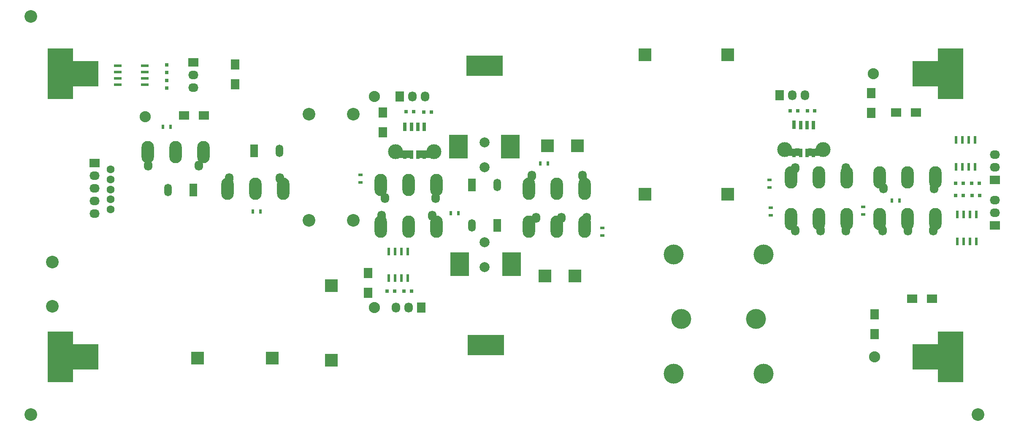
<source format=gbr>
G04 #@! TF.FileFunction,Soldermask,Top*
%FSLAX46Y46*%
G04 Gerber Fmt 4.6, Leading zero omitted, Abs format (unit mm)*
G04 Created by KiCad (PCBNEW 4.0.1-stable) date 12/11/2016 23:05:32*
%MOMM*%
G01*
G04 APERTURE LIST*
%ADD10C,0.100000*%
%ADD11R,1.700000X2.000000*%
%ADD12R,0.850000X1.550000*%
%ADD13R,0.750000X1.550000*%
%ADD14R,0.650000X1.750000*%
%ADD15C,3.000000*%
%ADD16C,4.000000*%
%ADD17R,0.800000X0.750000*%
%ADD18R,0.750000X0.800000*%
%ADD19R,7.366000X4.064000*%
%ADD20R,3.810000X4.826000*%
%ADD21O,2.499360X4.500880*%
%ADD22C,2.540000*%
%ADD23R,2.500000X2.500000*%
%ADD24C,2.000000*%
%ADD25R,5.080000X5.080000*%
%ADD26R,0.600000X1.550000*%
%ADD27R,1.550000X0.600000*%
%ADD28R,1.501140X2.499360*%
%ADD29O,1.501140X2.499360*%
%ADD30C,2.235200*%
%ADD31R,1.727200X2.032000*%
%ADD32O,1.727200X2.032000*%
%ADD33R,2.032000X1.727200*%
%ADD34O,2.032000X1.727200*%
%ADD35R,0.500000X0.900000*%
%ADD36R,0.900000X0.500000*%
%ADD37C,1.600000*%
%ADD38R,2.000000X1.700000*%
G04 APERTURE END LIST*
D10*
D11*
X72644000Y29406000D03*
X72644000Y33406000D03*
D12*
X84709000Y57271000D03*
D13*
X83259000Y57271000D03*
D12*
X79309000Y57271000D03*
X80759000Y57271000D03*
D14*
X80059000Y57171000D03*
X81379000Y57171000D03*
X82639000Y57171000D03*
X83959000Y57171000D03*
X83959000Y62761000D03*
X82639000Y62761000D03*
X81359000Y62761000D03*
X80059000Y62781000D03*
D15*
X78149000Y57771000D03*
X85869000Y57771000D03*
D16*
X135502000Y24167000D03*
X150502000Y24167000D03*
X134002000Y37167000D03*
X152002000Y37167000D03*
X152002000Y13167000D03*
X134002000Y13167000D03*
D17*
X83864000Y65771000D03*
X85364000Y65771000D03*
D18*
X32258000Y73709000D03*
X32258000Y75209000D03*
D17*
X160764000Y65971000D03*
X162264000Y65971000D03*
D19*
X96266000Y18960000D03*
D20*
X101473000Y35216000D03*
X91059000Y35216000D03*
D19*
X96012000Y75094000D03*
D20*
X90805000Y58838000D03*
X101219000Y58838000D03*
D21*
X80772000Y42709000D03*
X86360000Y42709000D03*
X75184000Y42709000D03*
D22*
X60833000Y43979000D03*
X69723000Y43979000D03*
X69723000Y65315000D03*
X60833000Y65315000D03*
D17*
X81364000Y29755000D03*
X79864000Y29755000D03*
X78015000Y29755000D03*
X76515000Y29755000D03*
D23*
X53474000Y16293000D03*
X38474000Y16293000D03*
X65278000Y30905000D03*
X65278000Y15905000D03*
X108122000Y32847000D03*
X114122000Y32847000D03*
X144780000Y49283000D03*
X144780000Y77283000D03*
X114622000Y58947000D03*
X108622000Y58947000D03*
D17*
X190564000Y51471000D03*
X192064000Y51471000D03*
X193864000Y48971000D03*
X195364000Y48971000D03*
X190512000Y48971000D03*
X192012000Y48971000D03*
D18*
X32258000Y70621000D03*
X32258000Y72121000D03*
D24*
X96012000Y54687000D03*
X96012000Y59687000D03*
X96012000Y39621000D03*
X96012000Y34621000D03*
D25*
X10922000Y70903000D03*
X16002000Y73443000D03*
X10922000Y75983000D03*
X10922000Y14007000D03*
X16002000Y16547000D03*
X10922000Y19087000D03*
X189484000Y75983000D03*
X184404000Y73443000D03*
X189484000Y70903000D03*
X189484000Y19087000D03*
X184404000Y16547000D03*
X189484000Y14007000D03*
D26*
X80584000Y37771000D03*
X79314000Y37771000D03*
X78044000Y37771000D03*
X76774000Y37771000D03*
X76774000Y32371000D03*
X78044000Y32371000D03*
X79314000Y32371000D03*
X80584000Y32371000D03*
X194437000Y60141000D03*
X193167000Y60141000D03*
X191897000Y60141000D03*
X190627000Y60141000D03*
X190627000Y54741000D03*
X191897000Y54741000D03*
X193167000Y54741000D03*
X194437000Y54741000D03*
X190881000Y39755000D03*
X192151000Y39755000D03*
X193421000Y39755000D03*
X194691000Y39755000D03*
X194691000Y45155000D03*
X193421000Y45155000D03*
X192151000Y45155000D03*
X190881000Y45155000D03*
D27*
X22446000Y75094000D03*
X22446000Y73824000D03*
X22446000Y72554000D03*
X22446000Y71284000D03*
X27846000Y71284000D03*
X27846000Y72554000D03*
X27846000Y73824000D03*
X27846000Y75094000D03*
D17*
X80276000Y65823000D03*
X81776000Y65823000D03*
X157364000Y65971000D03*
X158864000Y65971000D03*
D22*
X9314000Y35616000D03*
X9314000Y26726000D03*
D28*
X37592000Y50075000D03*
D29*
X32512000Y50075000D03*
D28*
X49784000Y57949000D03*
D29*
X54864000Y57949000D03*
D28*
X98580000Y42943000D03*
D29*
X93500000Y42943000D03*
D28*
X93500000Y51071000D03*
D29*
X98580000Y51071000D03*
D21*
X50038000Y50329000D03*
X55626000Y50329000D03*
X44450000Y50329000D03*
X34036000Y57695000D03*
X28448000Y57695000D03*
X39624000Y57695000D03*
X80772000Y51091000D03*
X75184000Y51091000D03*
X86360000Y51091000D03*
X110490000Y42709000D03*
X116078000Y42709000D03*
X104902000Y42709000D03*
X110490000Y50329000D03*
X104902000Y50329000D03*
X116078000Y50329000D03*
X163068000Y52615000D03*
X157480000Y52615000D03*
X168656000Y52615000D03*
X163068000Y44233000D03*
X168656000Y44233000D03*
X157480000Y44233000D03*
X180848000Y52615000D03*
X175260000Y52615000D03*
X186436000Y52615000D03*
X180848000Y44233000D03*
X186436000Y44233000D03*
X175260000Y44233000D03*
D30*
X73914000Y26453000D03*
D31*
X83312000Y26453000D03*
D32*
X80772000Y26453000D03*
X78232000Y26453000D03*
D31*
X78994000Y68871000D03*
D32*
X81534000Y68871000D03*
X84074000Y68871000D03*
D31*
X155194000Y69125000D03*
D32*
X157734000Y69125000D03*
X160274000Y69125000D03*
D33*
X37592000Y75729000D03*
D34*
X37592000Y73189000D03*
X37592000Y70649000D03*
D33*
X198374000Y42963000D03*
D34*
X198374000Y45503000D03*
X198374000Y48043000D03*
D30*
X174244000Y16547000D03*
D33*
X198374000Y52107000D03*
D34*
X198374000Y54647000D03*
X198374000Y57187000D03*
D30*
X173990000Y73443000D03*
X27940000Y64807000D03*
D17*
X193764000Y51471000D03*
X195264000Y51471000D03*
D32*
X28514000Y54971000D03*
X38674000Y54971000D03*
X55014000Y52471000D03*
X44854000Y52471000D03*
X76014000Y48471000D03*
X86174000Y48471000D03*
X85514000Y44971000D03*
X75354000Y44971000D03*
X105514000Y52971000D03*
X115674000Y52971000D03*
X116514000Y44471000D03*
X111434000Y44471000D03*
X106354000Y44471000D03*
X158354000Y54471000D03*
X168514000Y54471000D03*
X168514000Y41971000D03*
X163434000Y41971000D03*
X158354000Y41971000D03*
X176014000Y50471000D03*
X186174000Y50471000D03*
X186014000Y41971000D03*
X180934000Y41971000D03*
X175854000Y41971000D03*
D35*
X51042000Y45757000D03*
X49542000Y45757000D03*
X31508000Y62775000D03*
X33008000Y62775000D03*
X90764000Y45471000D03*
X89264000Y45471000D03*
D36*
X71120000Y51611000D03*
X71120000Y53111000D03*
X119634000Y40943000D03*
X119634000Y42443000D03*
D35*
X108700000Y55409000D03*
X107200000Y55409000D03*
D36*
X153416000Y45007000D03*
X153416000Y46507000D03*
X153162000Y50595000D03*
X153162000Y52095000D03*
X172014000Y45221000D03*
X172014000Y46721000D03*
D35*
X179264000Y47971000D03*
X177764000Y47971000D03*
D37*
X21014000Y54221000D03*
X21014000Y52221000D03*
X21014000Y50221000D03*
X21014000Y48221000D03*
X21014000Y46221000D03*
D33*
X17764000Y55551000D03*
D34*
X17764000Y53011000D03*
X17764000Y50471000D03*
X17764000Y47931000D03*
X17764000Y45391000D03*
D12*
X162764000Y57681000D03*
D13*
X161314000Y57681000D03*
D12*
X157364000Y57681000D03*
X158814000Y57681000D03*
D14*
X158114000Y57581000D03*
X159434000Y57581000D03*
X160694000Y57581000D03*
X162014000Y57581000D03*
X162014000Y63171000D03*
X160694000Y63171000D03*
X159414000Y63171000D03*
X158114000Y63191000D03*
D15*
X156204000Y58181000D03*
X163924000Y58181000D03*
D11*
X45974000Y71316000D03*
X45974000Y75316000D03*
D38*
X35719000Y65061000D03*
X39719000Y65061000D03*
X185769000Y28231000D03*
X181769000Y28231000D03*
D11*
X174244000Y25151000D03*
X174244000Y21151000D03*
X173609000Y65601000D03*
X173609000Y69601000D03*
D38*
X182594000Y65696000D03*
X178594000Y65696000D03*
D30*
X73914000Y68871000D03*
D11*
X75614000Y65671000D03*
X75614000Y61671000D03*
D23*
X128214000Y77271000D03*
X128214000Y49271000D03*
D22*
X5000000Y5000000D03*
X5000000Y85000000D03*
X195000000Y5000000D03*
M02*

</source>
